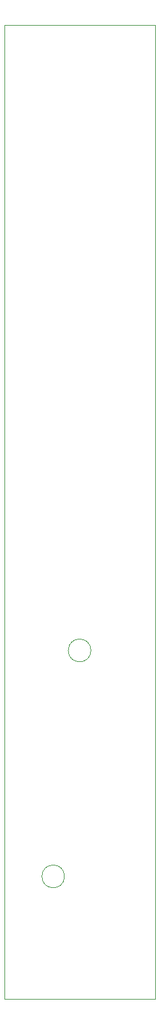
<source format=gbr>
%TF.GenerationSoftware,KiCad,Pcbnew,5.1.9+dfsg1-1~bpo10+1*%
%TF.CreationDate,2022-01-08T23:31:51+08:00*%
%TF.ProjectId,MiniADSR 1.0 - Front Panel,4d696e69-4144-4535-9220-312e30202d20,rev?*%
%TF.SameCoordinates,Original*%
%TF.FileFunction,Profile,NP*%
%FSLAX46Y46*%
G04 Gerber Fmt 4.6, Leading zero omitted, Abs format (unit mm)*
G04 Created by KiCad (PCBNEW 5.1.9+dfsg1-1~bpo10+1) date 2022-01-08 23:31:51*
%MOMM*%
%LPD*%
G01*
G04 APERTURE LIST*
%TA.AperFunction,Profile*%
%ADD10C,0.050000*%
%TD*%
%TA.AperFunction,Profile*%
%ADD11C,0.100000*%
%TD*%
G04 APERTURE END LIST*
D10*
X61500000Y-122500000D02*
G75*
G03*
X61500000Y-122500000I-1500000J0D01*
G01*
X58000000Y-152300000D02*
G75*
G03*
X58000000Y-152300000I-1500000J0D01*
G01*
D11*
X70000000Y-40000000D02*
X70000000Y-168500000D01*
X50000000Y-40000000D02*
X70000000Y-40000000D01*
X50000000Y-168500000D02*
X50000000Y-40000000D01*
X70000000Y-168500000D02*
X50000000Y-168500000D01*
M02*

</source>
